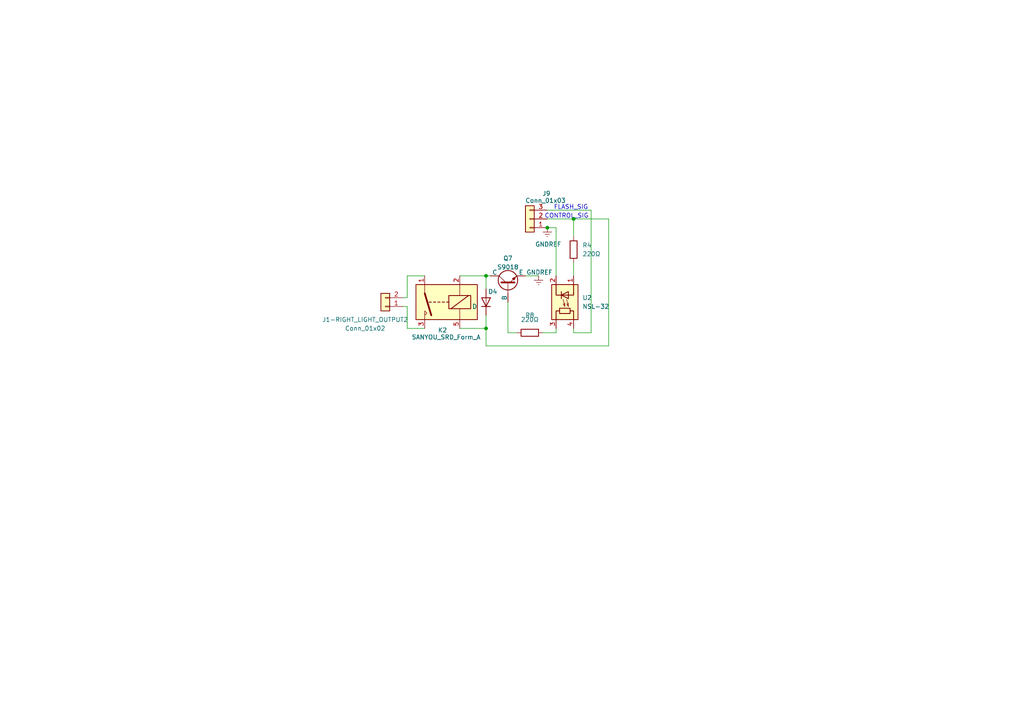
<source format=kicad_sch>
(kicad_sch
	(version 20231120)
	(generator "eeschema")
	(generator_version "8.0")
	(uuid "6f3c3e5e-86fd-4a58-9f69-3147e95a3c8a")
	(paper "A4")
	(lib_symbols
		(symbol "Connector_Generic:Conn_01x02"
			(pin_names
				(offset 1.016) hide)
			(exclude_from_sim no)
			(in_bom yes)
			(on_board yes)
			(property "Reference" "J"
				(at 0 2.54 0)
				(effects
					(font
						(size 1.27 1.27)
					)
				)
			)
			(property "Value" "Conn_01x02"
				(at 0 -5.08 0)
				(effects
					(font
						(size 1.27 1.27)
					)
				)
			)
			(property "Footprint" ""
				(at 0 0 0)
				(effects
					(font
						(size 1.27 1.27)
					)
					(hide yes)
				)
			)
			(property "Datasheet" "~"
				(at 0 0 0)
				(effects
					(font
						(size 1.27 1.27)
					)
					(hide yes)
				)
			)
			(property "Description" "Generic connector, single row, 01x02, script generated (kicad-library-utils/schlib/autogen/connector/)"
				(at 0 0 0)
				(effects
					(font
						(size 1.27 1.27)
					)
					(hide yes)
				)
			)
			(property "ki_keywords" "connector"
				(at 0 0 0)
				(effects
					(font
						(size 1.27 1.27)
					)
					(hide yes)
				)
			)
			(property "ki_fp_filters" "Connector*:*_1x??_*"
				(at 0 0 0)
				(effects
					(font
						(size 1.27 1.27)
					)
					(hide yes)
				)
			)
			(symbol "Conn_01x02_1_1"
				(rectangle
					(start -1.27 -2.413)
					(end 0 -2.667)
					(stroke
						(width 0.1524)
						(type default)
					)
					(fill
						(type none)
					)
				)
				(rectangle
					(start -1.27 0.127)
					(end 0 -0.127)
					(stroke
						(width 0.1524)
						(type default)
					)
					(fill
						(type none)
					)
				)
				(rectangle
					(start -1.27 1.27)
					(end 1.27 -3.81)
					(stroke
						(width 0.254)
						(type default)
					)
					(fill
						(type background)
					)
				)
				(pin passive line
					(at -5.08 0 0)
					(length 3.81)
					(name "Pin_1"
						(effects
							(font
								(size 1.27 1.27)
							)
						)
					)
					(number "1"
						(effects
							(font
								(size 1.27 1.27)
							)
						)
					)
				)
				(pin passive line
					(at -5.08 -2.54 0)
					(length 3.81)
					(name "Pin_2"
						(effects
							(font
								(size 1.27 1.27)
							)
						)
					)
					(number "2"
						(effects
							(font
								(size 1.27 1.27)
							)
						)
					)
				)
			)
		)
		(symbol "Connector_Generic:Conn_01x03"
			(pin_names
				(offset 1.016) hide)
			(exclude_from_sim no)
			(in_bom yes)
			(on_board yes)
			(property "Reference" "J"
				(at 0 5.08 0)
				(effects
					(font
						(size 1.27 1.27)
					)
				)
			)
			(property "Value" "Conn_01x03"
				(at 0 -5.08 0)
				(effects
					(font
						(size 1.27 1.27)
					)
				)
			)
			(property "Footprint" ""
				(at 0 0 0)
				(effects
					(font
						(size 1.27 1.27)
					)
					(hide yes)
				)
			)
			(property "Datasheet" "~"
				(at 0 0 0)
				(effects
					(font
						(size 1.27 1.27)
					)
					(hide yes)
				)
			)
			(property "Description" "Generic connector, single row, 01x03, script generated (kicad-library-utils/schlib/autogen/connector/)"
				(at 0 0 0)
				(effects
					(font
						(size 1.27 1.27)
					)
					(hide yes)
				)
			)
			(property "ki_keywords" "connector"
				(at 0 0 0)
				(effects
					(font
						(size 1.27 1.27)
					)
					(hide yes)
				)
			)
			(property "ki_fp_filters" "Connector*:*_1x??_*"
				(at 0 0 0)
				(effects
					(font
						(size 1.27 1.27)
					)
					(hide yes)
				)
			)
			(symbol "Conn_01x03_1_1"
				(rectangle
					(start -1.27 -2.413)
					(end 0 -2.667)
					(stroke
						(width 0.1524)
						(type default)
					)
					(fill
						(type none)
					)
				)
				(rectangle
					(start -1.27 0.127)
					(end 0 -0.127)
					(stroke
						(width 0.1524)
						(type default)
					)
					(fill
						(type none)
					)
				)
				(rectangle
					(start -1.27 2.667)
					(end 0 2.413)
					(stroke
						(width 0.1524)
						(type default)
					)
					(fill
						(type none)
					)
				)
				(rectangle
					(start -1.27 3.81)
					(end 1.27 -3.81)
					(stroke
						(width 0.254)
						(type default)
					)
					(fill
						(type background)
					)
				)
				(pin passive line
					(at -5.08 2.54 0)
					(length 3.81)
					(name "Pin_1"
						(effects
							(font
								(size 1.27 1.27)
							)
						)
					)
					(number "1"
						(effects
							(font
								(size 1.27 1.27)
							)
						)
					)
				)
				(pin passive line
					(at -5.08 0 0)
					(length 3.81)
					(name "Pin_2"
						(effects
							(font
								(size 1.27 1.27)
							)
						)
					)
					(number "2"
						(effects
							(font
								(size 1.27 1.27)
							)
						)
					)
				)
				(pin passive line
					(at -5.08 -2.54 0)
					(length 3.81)
					(name "Pin_3"
						(effects
							(font
								(size 1.27 1.27)
							)
						)
					)
					(number "3"
						(effects
							(font
								(size 1.27 1.27)
							)
						)
					)
				)
			)
		)
		(symbol "Device:D"
			(pin_numbers hide)
			(pin_names
				(offset 1.016) hide)
			(exclude_from_sim no)
			(in_bom yes)
			(on_board yes)
			(property "Reference" "D"
				(at 0 2.54 0)
				(effects
					(font
						(size 1.27 1.27)
					)
				)
			)
			(property "Value" "D"
				(at 0 -2.54 0)
				(effects
					(font
						(size 1.27 1.27)
					)
				)
			)
			(property "Footprint" ""
				(at 0 0 0)
				(effects
					(font
						(size 1.27 1.27)
					)
					(hide yes)
				)
			)
			(property "Datasheet" "~"
				(at 0 0 0)
				(effects
					(font
						(size 1.27 1.27)
					)
					(hide yes)
				)
			)
			(property "Description" "Diode"
				(at 0 0 0)
				(effects
					(font
						(size 1.27 1.27)
					)
					(hide yes)
				)
			)
			(property "Sim.Device" "D"
				(at 0 0 0)
				(effects
					(font
						(size 1.27 1.27)
					)
					(hide yes)
				)
			)
			(property "Sim.Pins" "1=K 2=A"
				(at 0 0 0)
				(effects
					(font
						(size 1.27 1.27)
					)
					(hide yes)
				)
			)
			(property "ki_keywords" "diode"
				(at 0 0 0)
				(effects
					(font
						(size 1.27 1.27)
					)
					(hide yes)
				)
			)
			(property "ki_fp_filters" "TO-???* *_Diode_* *SingleDiode* D_*"
				(at 0 0 0)
				(effects
					(font
						(size 1.27 1.27)
					)
					(hide yes)
				)
			)
			(symbol "D_0_1"
				(polyline
					(pts
						(xy -1.27 1.27) (xy -1.27 -1.27)
					)
					(stroke
						(width 0.254)
						(type default)
					)
					(fill
						(type none)
					)
				)
				(polyline
					(pts
						(xy 1.27 0) (xy -1.27 0)
					)
					(stroke
						(width 0)
						(type default)
					)
					(fill
						(type none)
					)
				)
				(polyline
					(pts
						(xy 1.27 1.27) (xy 1.27 -1.27) (xy -1.27 0) (xy 1.27 1.27)
					)
					(stroke
						(width 0.254)
						(type default)
					)
					(fill
						(type none)
					)
				)
			)
			(symbol "D_1_1"
				(pin passive line
					(at -3.81 0 0)
					(length 2.54)
					(name "K"
						(effects
							(font
								(size 1.27 1.27)
							)
						)
					)
					(number "1"
						(effects
							(font
								(size 1.27 1.27)
							)
						)
					)
				)
				(pin passive line
					(at 3.81 0 180)
					(length 2.54)
					(name "A"
						(effects
							(font
								(size 1.27 1.27)
							)
						)
					)
					(number "2"
						(effects
							(font
								(size 1.27 1.27)
							)
						)
					)
				)
			)
		)
		(symbol "Device:R"
			(pin_numbers hide)
			(pin_names
				(offset 0)
			)
			(exclude_from_sim no)
			(in_bom yes)
			(on_board yes)
			(property "Reference" "R"
				(at 2.032 0 90)
				(effects
					(font
						(size 1.27 1.27)
					)
				)
			)
			(property "Value" "R"
				(at 0 0 90)
				(effects
					(font
						(size 1.27 1.27)
					)
				)
			)
			(property "Footprint" ""
				(at -1.778 0 90)
				(effects
					(font
						(size 1.27 1.27)
					)
					(hide yes)
				)
			)
			(property "Datasheet" "~"
				(at 0 0 0)
				(effects
					(font
						(size 1.27 1.27)
					)
					(hide yes)
				)
			)
			(property "Description" "Resistor"
				(at 0 0 0)
				(effects
					(font
						(size 1.27 1.27)
					)
					(hide yes)
				)
			)
			(property "ki_keywords" "R res resistor"
				(at 0 0 0)
				(effects
					(font
						(size 1.27 1.27)
					)
					(hide yes)
				)
			)
			(property "ki_fp_filters" "R_*"
				(at 0 0 0)
				(effects
					(font
						(size 1.27 1.27)
					)
					(hide yes)
				)
			)
			(symbol "R_0_1"
				(rectangle
					(start -1.016 -2.54)
					(end 1.016 2.54)
					(stroke
						(width 0.254)
						(type default)
					)
					(fill
						(type none)
					)
				)
			)
			(symbol "R_1_1"
				(pin passive line
					(at 0 3.81 270)
					(length 1.27)
					(name "~"
						(effects
							(font
								(size 1.27 1.27)
							)
						)
					)
					(number "1"
						(effects
							(font
								(size 1.27 1.27)
							)
						)
					)
				)
				(pin passive line
					(at 0 -3.81 90)
					(length 1.27)
					(name "~"
						(effects
							(font
								(size 1.27 1.27)
							)
						)
					)
					(number "2"
						(effects
							(font
								(size 1.27 1.27)
							)
						)
					)
				)
			)
		)
		(symbol "Isolator:NSL-32"
			(pin_names
				(offset 0.762) hide)
			(exclude_from_sim no)
			(in_bom yes)
			(on_board yes)
			(property "Reference" "U"
				(at 0 5.08 0)
				(effects
					(font
						(size 1.27 1.27)
					)
				)
			)
			(property "Value" "NSL-32"
				(at 0 -5.08 0)
				(effects
					(font
						(size 1.27 1.27)
					)
				)
			)
			(property "Footprint" "OptoDevice:Luna_NSL-32"
				(at 0 -7.62 0)
				(effects
					(font
						(size 1.27 1.27)
					)
					(hide yes)
				)
			)
			(property "Datasheet" "http://lunainc.com/wp-content/uploads/2016/06/NSL-32.pdf"
				(at 1.27 0 0)
				(effects
					(font
						(size 1.27 1.27)
					)
					(hide yes)
				)
			)
			(property "Description" "Optocoupler, LED Input, Photocell Output"
				(at 0 0 0)
				(effects
					(font
						(size 1.27 1.27)
					)
					(hide yes)
				)
			)
			(property "ki_keywords" "optocoupler"
				(at 0 0 0)
				(effects
					(font
						(size 1.27 1.27)
					)
					(hide yes)
				)
			)
			(property "ki_fp_filters" "Luna*NSL?32*"
				(at 0 0 0)
				(effects
					(font
						(size 1.27 1.27)
					)
					(hide yes)
				)
			)
			(symbol "NSL-32_0_1"
				(rectangle
					(start -5.08 3.81)
					(end 5.08 -3.81)
					(stroke
						(width 0.254)
						(type default)
					)
					(fill
						(type background)
					)
				)
				(polyline
					(pts
						(xy -5.08 2.54) (xy -2.54 2.54)
					)
					(stroke
						(width 0.254)
						(type default)
					)
					(fill
						(type none)
					)
				)
				(polyline
					(pts
						(xy -2.794 -2.54) (xy -5.08 -2.54)
					)
					(stroke
						(width 0.254)
						(type default)
					)
					(fill
						(type none)
					)
				)
				(polyline
					(pts
						(xy -1.016 -1.016) (xy -3.048 -1.016) (xy -3.048 -1.016)
					)
					(stroke
						(width 0.254)
						(type default)
					)
					(fill
						(type none)
					)
				)
				(polyline
					(pts
						(xy -0.762 -0.508) (xy 1.27 0) (xy 1.27 0)
					)
					(stroke
						(width 0)
						(type default)
					)
					(fill
						(type none)
					)
				)
				(polyline
					(pts
						(xy -0.762 0.508) (xy 1.27 1.016) (xy 1.27 1.016)
					)
					(stroke
						(width 0)
						(type default)
					)
					(fill
						(type none)
					)
				)
				(polyline
					(pts
						(xy 2.54 -1.524) (xy 2.54 -2.54) (xy 5.08 -2.54)
					)
					(stroke
						(width 0.254)
						(type default)
					)
					(fill
						(type none)
					)
				)
				(polyline
					(pts
						(xy 2.54 1.524) (xy 2.54 2.54) (xy 5.08 2.54)
					)
					(stroke
						(width 0.254)
						(type default)
					)
					(fill
						(type none)
					)
				)
				(polyline
					(pts
						(xy -2.794 -2.54) (xy -2.032 -2.54) (xy -2.032 2.54) (xy -2.794 2.54)
					)
					(stroke
						(width 0.254)
						(type default)
					)
					(fill
						(type none)
					)
				)
				(polyline
					(pts
						(xy 0.254 0) (xy 1.27 0) (xy 0.508 -0.508) (xy 0.508 -0.508)
					)
					(stroke
						(width 0)
						(type default)
					)
					(fill
						(type none)
					)
				)
				(polyline
					(pts
						(xy 0.254 1.016) (xy 1.27 1.016) (xy 0.508 0.508) (xy 0.508 0.508)
					)
					(stroke
						(width 0)
						(type default)
					)
					(fill
						(type none)
					)
				)
				(polyline
					(pts
						(xy -1.016 1.016) (xy -3.048 1.016) (xy -2.032 -1.016) (xy -1.016 1.016) (xy -1.016 1.016) (xy -1.016 1.016)
					)
					(stroke
						(width 0.254)
						(type default)
					)
					(fill
						(type none)
					)
				)
				(rectangle
					(start 1.778 1.524)
					(end 3.302 -1.524)
					(stroke
						(width 0.254)
						(type default)
					)
					(fill
						(type none)
					)
				)
			)
			(symbol "NSL-32_1_1"
				(pin passive line
					(at -7.62 2.54 0)
					(length 2.54)
					(name "A"
						(effects
							(font
								(size 1.27 1.27)
							)
						)
					)
					(number "1"
						(effects
							(font
								(size 1.27 1.27)
							)
						)
					)
				)
				(pin passive line
					(at -7.62 -2.54 0)
					(length 2.54)
					(name "K"
						(effects
							(font
								(size 1.27 1.27)
							)
						)
					)
					(number "2"
						(effects
							(font
								(size 1.27 1.27)
							)
						)
					)
				)
				(pin passive line
					(at 7.62 -2.54 180)
					(length 2.54)
					(name "R"
						(effects
							(font
								(size 1.27 1.27)
							)
						)
					)
					(number "3"
						(effects
							(font
								(size 1.27 1.27)
							)
						)
					)
				)
				(pin passive line
					(at 7.62 2.54 180)
					(length 2.54)
					(name "R"
						(effects
							(font
								(size 1.27 1.27)
							)
						)
					)
					(number "4"
						(effects
							(font
								(size 1.27 1.27)
							)
						)
					)
				)
			)
		)
		(symbol "Relay:SANYOU_SRD_Form_A"
			(exclude_from_sim no)
			(in_bom yes)
			(on_board yes)
			(property "Reference" "K"
				(at 8.89 3.81 0)
				(effects
					(font
						(size 1.27 1.27)
					)
					(justify left)
				)
			)
			(property "Value" "SANYOU_SRD_Form_A"
				(at 8.89 1.27 0)
				(effects
					(font
						(size 1.27 1.27)
					)
					(justify left)
				)
			)
			(property "Footprint" "Relay_THT:Relay_SPST_SANYOU_SRD_Series_Form_A"
				(at 8.89 -1.27 0)
				(effects
					(font
						(size 1.27 1.27)
					)
					(justify left)
					(hide yes)
				)
			)
			(property "Datasheet" "http://www.sanyourelay.ca/public/products/pdf/SRD.pdf"
				(at 0 0 0)
				(effects
					(font
						(size 1.27 1.27)
					)
					(hide yes)
				)
			)
			(property "Description" "Sanyo SRD relay, Single Pole Miniature Power Relay, Closing Contact"
				(at 0 0 0)
				(effects
					(font
						(size 1.27 1.27)
					)
					(hide yes)
				)
			)
			(property "ki_keywords" "Single Pole Relay SPST"
				(at 0 0 0)
				(effects
					(font
						(size 1.27 1.27)
					)
					(hide yes)
				)
			)
			(property "ki_fp_filters" "Relay*SPST*SANYOU*SRD*Series*Form*A*"
				(at 0 0 0)
				(effects
					(font
						(size 1.27 1.27)
					)
					(hide yes)
				)
			)
			(symbol "SANYOU_SRD_Form_A_0_0"
				(polyline
					(pts
						(xy 5.08 5.08) (xy 5.08 2.54) (xy 4.445 3.175) (xy 5.08 3.81)
					)
					(stroke
						(width 0)
						(type default)
					)
					(fill
						(type none)
					)
				)
			)
			(symbol "SANYOU_SRD_Form_A_0_1"
				(rectangle
					(start -10.16 5.08)
					(end 7.62 -5.08)
					(stroke
						(width 0.254)
						(type default)
					)
					(fill
						(type background)
					)
				)
				(rectangle
					(start -8.255 1.905)
					(end -1.905 -1.905)
					(stroke
						(width 0.254)
						(type default)
					)
					(fill
						(type none)
					)
				)
				(polyline
					(pts
						(xy -7.62 -1.905) (xy -2.54 1.905)
					)
					(stroke
						(width 0.254)
						(type default)
					)
					(fill
						(type none)
					)
				)
				(polyline
					(pts
						(xy -5.08 -5.08) (xy -5.08 -1.905)
					)
					(stroke
						(width 0)
						(type default)
					)
					(fill
						(type none)
					)
				)
				(polyline
					(pts
						(xy -5.08 5.08) (xy -5.08 1.905)
					)
					(stroke
						(width 0)
						(type default)
					)
					(fill
						(type none)
					)
				)
				(polyline
					(pts
						(xy -1.905 0) (xy -1.27 0)
					)
					(stroke
						(width 0.254)
						(type default)
					)
					(fill
						(type none)
					)
				)
				(polyline
					(pts
						(xy -0.635 0) (xy 0 0)
					)
					(stroke
						(width 0.254)
						(type default)
					)
					(fill
						(type none)
					)
				)
				(polyline
					(pts
						(xy 0.635 0) (xy 1.27 0)
					)
					(stroke
						(width 0.254)
						(type default)
					)
					(fill
						(type none)
					)
				)
				(polyline
					(pts
						(xy 1.905 0) (xy 2.54 0)
					)
					(stroke
						(width 0.254)
						(type default)
					)
					(fill
						(type none)
					)
				)
				(polyline
					(pts
						(xy 3.175 0) (xy 3.81 0)
					)
					(stroke
						(width 0.254)
						(type default)
					)
					(fill
						(type none)
					)
				)
				(polyline
					(pts
						(xy 5.08 -2.54) (xy 3.175 3.81)
					)
					(stroke
						(width 0.508)
						(type default)
					)
					(fill
						(type none)
					)
				)
				(polyline
					(pts
						(xy 5.08 -2.54) (xy 5.08 -5.08)
					)
					(stroke
						(width 0)
						(type default)
					)
					(fill
						(type none)
					)
				)
			)
			(symbol "SANYOU_SRD_Form_A_1_1"
				(pin passive line
					(at 5.08 -7.62 90)
					(length 2.54)
					(name "~"
						(effects
							(font
								(size 1.27 1.27)
							)
						)
					)
					(number "1"
						(effects
							(font
								(size 1.27 1.27)
							)
						)
					)
				)
				(pin passive line
					(at -5.08 -7.62 90)
					(length 2.54)
					(name "~"
						(effects
							(font
								(size 1.27 1.27)
							)
						)
					)
					(number "2"
						(effects
							(font
								(size 1.27 1.27)
							)
						)
					)
				)
				(pin passive line
					(at 5.08 7.62 270)
					(length 2.54)
					(name "~"
						(effects
							(font
								(size 1.27 1.27)
							)
						)
					)
					(number "3"
						(effects
							(font
								(size 1.27 1.27)
							)
						)
					)
				)
				(pin passive line
					(at -5.08 7.62 270)
					(length 2.54)
					(name "~"
						(effects
							(font
								(size 1.27 1.27)
							)
						)
					)
					(number "5"
						(effects
							(font
								(size 1.27 1.27)
							)
						)
					)
				)
			)
		)
		(symbol "Simulation_SPICE:NPN"
			(pin_numbers hide)
			(pin_names
				(offset 0)
			)
			(exclude_from_sim no)
			(in_bom yes)
			(on_board yes)
			(property "Reference" "Q"
				(at -2.54 7.62 0)
				(effects
					(font
						(size 1.27 1.27)
					)
				)
			)
			(property "Value" "NPN"
				(at -2.54 5.08 0)
				(effects
					(font
						(size 1.27 1.27)
					)
				)
			)
			(property "Footprint" ""
				(at 63.5 0 0)
				(effects
					(font
						(size 1.27 1.27)
					)
					(hide yes)
				)
			)
			(property "Datasheet" "https://ngspice.sourceforge.io/docs/ngspice-html-manual/manual.xhtml#cha_BJTs"
				(at 63.5 0 0)
				(effects
					(font
						(size 1.27 1.27)
					)
					(hide yes)
				)
			)
			(property "Description" "Bipolar transistor symbol for simulation only, substrate tied to the emitter"
				(at 0 0 0)
				(effects
					(font
						(size 1.27 1.27)
					)
					(hide yes)
				)
			)
			(property "Sim.Device" "NPN"
				(at 0 0 0)
				(effects
					(font
						(size 1.27 1.27)
					)
					(hide yes)
				)
			)
			(property "Sim.Type" "GUMMELPOON"
				(at 0 0 0)
				(effects
					(font
						(size 1.27 1.27)
					)
					(hide yes)
				)
			)
			(property "Sim.Pins" "1=C 2=B 3=E"
				(at 0 0 0)
				(effects
					(font
						(size 1.27 1.27)
					)
					(hide yes)
				)
			)
			(property "ki_keywords" "simulation"
				(at 0 0 0)
				(effects
					(font
						(size 1.27 1.27)
					)
					(hide yes)
				)
			)
			(symbol "NPN_0_1"
				(polyline
					(pts
						(xy -2.54 0) (xy 0.635 0)
					)
					(stroke
						(width 0.1524)
						(type default)
					)
					(fill
						(type none)
					)
				)
				(polyline
					(pts
						(xy 0.635 0.635) (xy 2.54 2.54)
					)
					(stroke
						(width 0)
						(type default)
					)
					(fill
						(type none)
					)
				)
				(polyline
					(pts
						(xy 2.794 -1.27) (xy 2.794 -1.27)
					)
					(stroke
						(width 0.1524)
						(type default)
					)
					(fill
						(type none)
					)
				)
				(polyline
					(pts
						(xy 2.794 -1.27) (xy 2.794 -1.27)
					)
					(stroke
						(width 0.1524)
						(type default)
					)
					(fill
						(type none)
					)
				)
				(polyline
					(pts
						(xy 0.635 -0.635) (xy 2.54 -2.54) (xy 2.54 -2.54)
					)
					(stroke
						(width 0)
						(type default)
					)
					(fill
						(type none)
					)
				)
				(polyline
					(pts
						(xy 0.635 1.905) (xy 0.635 -1.905) (xy 0.635 -1.905)
					)
					(stroke
						(width 0.508)
						(type default)
					)
					(fill
						(type none)
					)
				)
				(polyline
					(pts
						(xy 1.27 -1.778) (xy 1.778 -1.27) (xy 2.286 -2.286) (xy 1.27 -1.778) (xy 1.27 -1.778)
					)
					(stroke
						(width 0)
						(type default)
					)
					(fill
						(type outline)
					)
				)
				(circle
					(center 1.27 0)
					(radius 2.8194)
					(stroke
						(width 0.254)
						(type default)
					)
					(fill
						(type none)
					)
				)
			)
			(symbol "NPN_1_1"
				(pin open_collector line
					(at 2.54 5.08 270)
					(length 2.54)
					(name "C"
						(effects
							(font
								(size 1.27 1.27)
							)
						)
					)
					(number "1"
						(effects
							(font
								(size 1.27 1.27)
							)
						)
					)
				)
				(pin input line
					(at -5.08 0 0)
					(length 2.54)
					(name "B"
						(effects
							(font
								(size 1.27 1.27)
							)
						)
					)
					(number "2"
						(effects
							(font
								(size 1.27 1.27)
							)
						)
					)
				)
				(pin open_emitter line
					(at 2.54 -5.08 90)
					(length 2.54)
					(name "E"
						(effects
							(font
								(size 1.27 1.27)
							)
						)
					)
					(number "3"
						(effects
							(font
								(size 1.27 1.27)
							)
						)
					)
				)
			)
		)
		(symbol "power:GNDREF"
			(power)
			(pin_numbers hide)
			(pin_names
				(offset 0) hide)
			(exclude_from_sim no)
			(in_bom yes)
			(on_board yes)
			(property "Reference" "#PWR"
				(at 0 -6.35 0)
				(effects
					(font
						(size 1.27 1.27)
					)
					(hide yes)
				)
			)
			(property "Value" "GNDREF"
				(at 0 -3.81 0)
				(effects
					(font
						(size 1.27 1.27)
					)
				)
			)
			(property "Footprint" ""
				(at 0 0 0)
				(effects
					(font
						(size 1.27 1.27)
					)
					(hide yes)
				)
			)
			(property "Datasheet" ""
				(at 0 0 0)
				(effects
					(font
						(size 1.27 1.27)
					)
					(hide yes)
				)
			)
			(property "Description" "Power symbol creates a global label with name \"GNDREF\" , reference supply ground"
				(at 0 0 0)
				(effects
					(font
						(size 1.27 1.27)
					)
					(hide yes)
				)
			)
			(property "ki_keywords" "global power"
				(at 0 0 0)
				(effects
					(font
						(size 1.27 1.27)
					)
					(hide yes)
				)
			)
			(symbol "GNDREF_0_1"
				(polyline
					(pts
						(xy -0.635 -1.905) (xy 0.635 -1.905)
					)
					(stroke
						(width 0)
						(type default)
					)
					(fill
						(type none)
					)
				)
				(polyline
					(pts
						(xy -0.127 -2.54) (xy 0.127 -2.54)
					)
					(stroke
						(width 0)
						(type default)
					)
					(fill
						(type none)
					)
				)
				(polyline
					(pts
						(xy 0 -1.27) (xy 0 0)
					)
					(stroke
						(width 0)
						(type default)
					)
					(fill
						(type none)
					)
				)
				(polyline
					(pts
						(xy 1.27 -1.27) (xy -1.27 -1.27)
					)
					(stroke
						(width 0)
						(type default)
					)
					(fill
						(type none)
					)
				)
			)
			(symbol "GNDREF_1_1"
				(pin power_in line
					(at 0 0 270)
					(length 0)
					(name "~"
						(effects
							(font
								(size 1.27 1.27)
							)
						)
					)
					(number "1"
						(effects
							(font
								(size 1.27 1.27)
							)
						)
					)
				)
			)
		)
	)
	(junction
		(at 166.37 63.5)
		(diameter 0)
		(color 0 0 0 0)
		(uuid "41269130-fd0b-441f-b1c2-1a883e1c68c7")
	)
	(junction
		(at 140.97 80.01)
		(diameter 0)
		(color 0 0 0 0)
		(uuid "65e89e8d-6be8-4593-b89b-0a675ade23fc")
	)
	(junction
		(at 158.75 66.04)
		(diameter 0)
		(color 0 0 0 0)
		(uuid "a29fd0e9-55ee-4fd4-8008-83f87ca00c6c")
	)
	(junction
		(at 140.97 95.25)
		(diameter 0)
		(color 0 0 0 0)
		(uuid "c881da20-0232-494a-88b5-bb848095e582")
	)
	(wire
		(pts
			(xy 152.4 80.01) (xy 156.21 80.01)
		)
		(stroke
			(width 0)
			(type default)
		)
		(uuid "00a9a182-54f3-46ba-96c7-3f6f564e6ee6")
	)
	(wire
		(pts
			(xy 166.37 96.52) (xy 166.37 95.25)
		)
		(stroke
			(width 0)
			(type default)
		)
		(uuid "02a4402f-6a3e-4662-afad-e85f98f3a1bb")
	)
	(wire
		(pts
			(xy 118.11 88.9) (xy 118.11 95.25)
		)
		(stroke
			(width 0)
			(type default)
		)
		(uuid "0638484a-502d-46c4-92e6-883d59ba02b2")
	)
	(wire
		(pts
			(xy 161.29 66.04) (xy 161.29 80.01)
		)
		(stroke
			(width 0)
			(type default)
		)
		(uuid "17b48d12-b053-41ba-aa87-8ddb0893bfa4")
	)
	(wire
		(pts
			(xy 140.97 100.33) (xy 176.53 100.33)
		)
		(stroke
			(width 0)
			(type default)
		)
		(uuid "17f85f71-7deb-4f23-84eb-4388170edaf4")
	)
	(wire
		(pts
			(xy 116.84 86.36) (xy 118.11 86.36)
		)
		(stroke
			(width 0)
			(type default)
		)
		(uuid "183a17e1-218d-4750-86c0-af4b7ca6d918")
	)
	(wire
		(pts
			(xy 116.84 88.9) (xy 118.11 88.9)
		)
		(stroke
			(width 0)
			(type default)
		)
		(uuid "187d70a6-854c-4652-8ee8-1e28b666a4bd")
	)
	(wire
		(pts
			(xy 166.37 63.5) (xy 166.37 68.58)
		)
		(stroke
			(width 0)
			(type default)
		)
		(uuid "1befb84a-59e2-483e-ac6a-3d3cde023140")
	)
	(wire
		(pts
			(xy 147.32 87.63) (xy 147.32 96.52)
		)
		(stroke
			(width 0)
			(type default)
		)
		(uuid "22fffa22-c701-4f22-99f4-a76b1c2bc0da")
	)
	(wire
		(pts
			(xy 123.19 95.25) (xy 118.11 95.25)
		)
		(stroke
			(width 0)
			(type default)
		)
		(uuid "2a6a0f0a-6ef9-4dcf-9c3a-65e4495a611b")
	)
	(wire
		(pts
			(xy 140.97 80.01) (xy 142.24 80.01)
		)
		(stroke
			(width 0)
			(type default)
		)
		(uuid "312124d3-c2c3-438d-9b68-34204783073a")
	)
	(wire
		(pts
			(xy 123.19 80.01) (xy 118.11 80.01)
		)
		(stroke
			(width 0)
			(type default)
		)
		(uuid "3e7108e7-5af8-4888-aef6-fbf48f30bb29")
	)
	(wire
		(pts
			(xy 118.11 86.36) (xy 118.11 80.01)
		)
		(stroke
			(width 0)
			(type default)
		)
		(uuid "47a2c1e5-f143-47f5-8710-03473d6bc4b5")
	)
	(wire
		(pts
			(xy 157.48 96.52) (xy 161.29 96.52)
		)
		(stroke
			(width 0)
			(type default)
		)
		(uuid "4934a9ae-fd1d-4bdf-9d62-18ee0f5cc42f")
	)
	(wire
		(pts
			(xy 176.53 100.33) (xy 176.53 63.5)
		)
		(stroke
			(width 0)
			(type default)
		)
		(uuid "49651d9a-bf5f-4a5b-abea-d42f37944543")
	)
	(wire
		(pts
			(xy 158.75 60.96) (xy 171.45 60.96)
		)
		(stroke
			(width 0)
			(type default)
		)
		(uuid "51a08622-c9e0-44c9-844d-e43a5eef8911")
	)
	(wire
		(pts
			(xy 133.35 80.01) (xy 140.97 80.01)
		)
		(stroke
			(width 0)
			(type default)
		)
		(uuid "568b9c43-85cc-4c86-a63b-2e1431574545")
	)
	(wire
		(pts
			(xy 133.35 95.25) (xy 140.97 95.25)
		)
		(stroke
			(width 0)
			(type default)
		)
		(uuid "57f4b3cb-bfad-44a2-988c-d4711a300c4a")
	)
	(wire
		(pts
			(xy 171.45 96.52) (xy 171.45 60.96)
		)
		(stroke
			(width 0)
			(type default)
		)
		(uuid "8375fdf6-88ad-4dfe-a325-7fc18fb925cc")
	)
	(wire
		(pts
			(xy 176.53 63.5) (xy 166.37 63.5)
		)
		(stroke
			(width 0)
			(type default)
		)
		(uuid "8a9e63d4-787a-48a0-901d-1bf92bc79487")
	)
	(wire
		(pts
			(xy 166.37 76.2) (xy 166.37 80.01)
		)
		(stroke
			(width 0)
			(type default)
		)
		(uuid "8e55a4a4-17fa-422b-b3e0-2eb5c9b0fe67")
	)
	(wire
		(pts
			(xy 140.97 95.25) (xy 140.97 100.33)
		)
		(stroke
			(width 0)
			(type default)
		)
		(uuid "926f15fb-334b-46e6-9c28-be55157368b6")
	)
	(wire
		(pts
			(xy 147.32 96.52) (xy 149.86 96.52)
		)
		(stroke
			(width 0)
			(type default)
		)
		(uuid "9c373677-6be8-4981-baa1-2204c161555e")
	)
	(wire
		(pts
			(xy 140.97 83.82) (xy 140.97 80.01)
		)
		(stroke
			(width 0)
			(type default)
		)
		(uuid "accc26fd-d05d-4977-a43f-e57d1e8ec11a")
	)
	(wire
		(pts
			(xy 158.75 66.04) (xy 161.29 66.04)
		)
		(stroke
			(width 0)
			(type default)
		)
		(uuid "b1a3f1f5-9854-48e4-8656-c59687a6369e")
	)
	(wire
		(pts
			(xy 140.97 91.44) (xy 140.97 95.25)
		)
		(stroke
			(width 0)
			(type default)
		)
		(uuid "ccad2832-7a22-4a04-a127-7696880c009d")
	)
	(wire
		(pts
			(xy 158.75 63.5) (xy 166.37 63.5)
		)
		(stroke
			(width 0)
			(type default)
		)
		(uuid "df5efe76-9334-4e9e-b139-b98609bd562d")
	)
	(wire
		(pts
			(xy 166.37 96.52) (xy 171.45 96.52)
		)
		(stroke
			(width 0)
			(type default)
		)
		(uuid "df7bef0a-a59a-4541-82ad-c15ca7092f0a")
	)
	(wire
		(pts
			(xy 161.29 96.52) (xy 161.29 95.25)
		)
		(stroke
			(width 0)
			(type default)
		)
		(uuid "f9691478-59fc-4731-96d4-0cd41829c821")
	)
	(text "FLASH_SIG\n"
		(exclude_from_sim no)
		(at 165.608 60.198 0)
		(effects
			(font
				(size 1.27 1.27)
			)
		)
		(uuid "58514d46-0155-4d68-8a03-6f24103c67ae")
	)
	(text "CONTROL_SIG\n"
		(exclude_from_sim no)
		(at 164.338 62.738 0)
		(effects
			(font
				(size 1.27 1.27)
			)
		)
		(uuid "dbb9e0e0-acdc-41a2-a44f-35654a888636")
	)
	(symbol
		(lib_id "power:GNDREF")
		(at 156.21 80.01 0)
		(unit 1)
		(exclude_from_sim no)
		(in_bom yes)
		(on_board yes)
		(dnp no)
		(uuid "1425763f-1c10-489d-9cb3-e918957d7e96")
		(property "Reference" "#PWR024"
			(at 156.21 86.36 0)
			(effects
				(font
					(size 1.27 1.27)
				)
				(hide yes)
			)
		)
		(property "Value" "GNDREF"
			(at 156.464 78.994 0)
			(effects
				(font
					(size 1.27 1.27)
				)
			)
		)
		(property "Footprint" ""
			(at 156.21 80.01 0)
			(effects
				(font
					(size 1.27 1.27)
				)
				(hide yes)
			)
		)
		(property "Datasheet" ""
			(at 156.21 80.01 0)
			(effects
				(font
					(size 1.27 1.27)
				)
				(hide yes)
			)
		)
		(property "Description" "Power symbol creates a global label with name \"GNDREF\" , reference supply ground"
			(at 156.21 80.01 0)
			(effects
				(font
					(size 1.27 1.27)
				)
				(hide yes)
			)
		)
		(pin "1"
			(uuid "cb0b0b11-b1c3-4dc6-a7db-869322915666")
		)
		(instances
			(project "Relay_Boards.V1"
				(path "/6f3c3e5e-86fd-4a58-9f69-3147e95a3c8a"
					(reference "#PWR024")
					(unit 1)
				)
			)
		)
	)
	(symbol
		(lib_id "Connector_Generic:Conn_01x02")
		(at 111.76 88.9 180)
		(unit 1)
		(exclude_from_sim no)
		(in_bom yes)
		(on_board yes)
		(dnp no)
		(uuid "409ee6f9-78a1-4226-815a-89b05b6f8539")
		(property "Reference" "J1-RIGHT_LIGHT_OUTPUT2"
			(at 105.918 92.71 0)
			(effects
				(font
					(size 1.27 1.27)
				)
			)
		)
		(property "Value" "Conn_01x02"
			(at 105.918 95.25 0)
			(effects
				(font
					(size 1.27 1.27)
				)
			)
		)
		(property "Footprint" "TerminalBlock:TerminalBlock_bornier-2_P5.08mm"
			(at 111.76 88.9 0)
			(effects
				(font
					(size 1.27 1.27)
				)
				(hide yes)
			)
		)
		(property "Datasheet" "~"
			(at 111.76 88.9 0)
			(effects
				(font
					(size 1.27 1.27)
				)
				(hide yes)
			)
		)
		(property "Description" ""
			(at 111.76 88.9 0)
			(effects
				(font
					(size 1.27 1.27)
				)
				(hide yes)
			)
		)
		(property "Arrow Part Number" ""
			(at 111.76 88.9 0)
			(effects
				(font
					(size 1.27 1.27)
				)
				(hide yes)
			)
		)
		(property "Arrow Price/Stock" ""
			(at 111.76 88.9 0)
			(effects
				(font
					(size 1.27 1.27)
				)
				(hide yes)
			)
		)
		(property "Height" ""
			(at 111.76 88.9 0)
			(effects
				(font
					(size 1.27 1.27)
				)
				(hide yes)
			)
		)
		(property "Manufacturer_Name" ""
			(at 111.76 88.9 0)
			(effects
				(font
					(size 1.27 1.27)
				)
				(hide yes)
			)
		)
		(property "Manufacturer_Part_Number" ""
			(at 111.76 88.9 0)
			(effects
				(font
					(size 1.27 1.27)
				)
				(hide yes)
			)
		)
		(property "Mouser Part Number" ""
			(at 111.76 88.9 0)
			(effects
				(font
					(size 1.27 1.27)
				)
				(hide yes)
			)
		)
		(property "Mouser Price/Stock" ""
			(at 111.76 88.9 0)
			(effects
				(font
					(size 1.27 1.27)
				)
				(hide yes)
			)
		)
		(pin "1"
			(uuid "65483211-9107-4233-bd51-f8a68fae9624")
		)
		(pin "2"
			(uuid "53e06b5e-3553-4bc1-9d7e-c4be0607fa11")
		)
		(instances
			(project "Relay_Boards.V1"
				(path "/6f3c3e5e-86fd-4a58-9f69-3147e95a3c8a"
					(reference "J1-RIGHT_LIGHT_OUTPUT2")
					(unit 1)
				)
			)
		)
	)
	(symbol
		(lib_id "Device:R")
		(at 166.37 72.39 180)
		(unit 1)
		(exclude_from_sim no)
		(in_bom yes)
		(on_board yes)
		(dnp no)
		(fields_autoplaced yes)
		(uuid "4163176d-59b2-4e38-9d02-8b844b90324a")
		(property "Reference" "R4"
			(at 168.91 71.1199 0)
			(effects
				(font
					(size 1.27 1.27)
				)
				(justify right)
			)
		)
		(property "Value" "220Ω"
			(at 168.91 73.6599 0)
			(effects
				(font
					(size 1.27 1.27)
				)
				(justify right)
			)
		)
		(property "Footprint" "Resistor_THT:R_Axial_DIN0207_L6.3mm_D2.5mm_P10.16mm_Horizontal"
			(at 168.148 72.39 90)
			(effects
				(font
					(size 1.27 1.27)
				)
				(hide yes)
			)
		)
		(property "Datasheet" "~"
			(at 166.37 72.39 0)
			(effects
				(font
					(size 1.27 1.27)
				)
				(hide yes)
			)
		)
		(property "Description" ""
			(at 166.37 72.39 0)
			(effects
				(font
					(size 1.27 1.27)
				)
				(hide yes)
			)
		)
		(property "Arrow Part Number" ""
			(at 166.37 72.39 0)
			(effects
				(font
					(size 1.27 1.27)
				)
				(hide yes)
			)
		)
		(property "Arrow Price/Stock" ""
			(at 166.37 72.39 0)
			(effects
				(font
					(size 1.27 1.27)
				)
				(hide yes)
			)
		)
		(property "Height" ""
			(at 166.37 72.39 0)
			(effects
				(font
					(size 1.27 1.27)
				)
				(hide yes)
			)
		)
		(property "Manufacturer_Name" ""
			(at 166.37 72.39 0)
			(effects
				(font
					(size 1.27 1.27)
				)
				(hide yes)
			)
		)
		(property "Manufacturer_Part_Number" ""
			(at 166.37 72.39 0)
			(effects
				(font
					(size 1.27 1.27)
				)
				(hide yes)
			)
		)
		(property "Mouser Part Number" ""
			(at 166.37 72.39 0)
			(effects
				(font
					(size 1.27 1.27)
				)
				(hide yes)
			)
		)
		(property "Mouser Price/Stock" ""
			(at 166.37 72.39 0)
			(effects
				(font
					(size 1.27 1.27)
				)
				(hide yes)
			)
		)
		(pin "1"
			(uuid "a240c2ac-6ed3-4b1c-a3c3-63cc1a702c92")
		)
		(pin "2"
			(uuid "04eaadf9-e755-4d3f-961a-894cbf9154a8")
		)
		(instances
			(project "Relay_Boards.V1"
				(path "/6f3c3e5e-86fd-4a58-9f69-3147e95a3c8a"
					(reference "R4")
					(unit 1)
				)
			)
		)
	)
	(symbol
		(lib_id "Connector_Generic:Conn_01x03")
		(at 153.67 63.5 180)
		(unit 1)
		(exclude_from_sim no)
		(in_bom yes)
		(on_board yes)
		(dnp no)
		(uuid "45c054ea-7891-481e-a399-23bc4b30e5bb")
		(property "Reference" "J9"
			(at 158.496 56.134 0)
			(effects
				(font
					(size 1.27 1.27)
				)
			)
		)
		(property "Value" "Conn_01x03"
			(at 158.242 58.166 0)
			(effects
				(font
					(size 1.27 1.27)
				)
			)
		)
		(property "Footprint" "Connector_JST:JST_XH_B3B-XH-A_1x03_P2.50mm_Vertical"
			(at 153.67 63.5 0)
			(effects
				(font
					(size 1.27 1.27)
				)
				(hide yes)
			)
		)
		(property "Datasheet" "~"
			(at 153.67 63.5 0)
			(effects
				(font
					(size 1.27 1.27)
				)
				(hide yes)
			)
		)
		(property "Description" "Generic connector, single row, 01x03, script generated (kicad-library-utils/schlib/autogen/connector/)"
			(at 153.67 63.5 0)
			(effects
				(font
					(size 1.27 1.27)
				)
				(hide yes)
			)
		)
		(property "Arrow Part Number" ""
			(at 153.67 63.5 0)
			(effects
				(font
					(size 1.27 1.27)
				)
				(hide yes)
			)
		)
		(property "Arrow Price/Stock" ""
			(at 153.67 63.5 0)
			(effects
				(font
					(size 1.27 1.27)
				)
				(hide yes)
			)
		)
		(property "Height" ""
			(at 153.67 63.5 0)
			(effects
				(font
					(size 1.27 1.27)
				)
				(hide yes)
			)
		)
		(property "Manufacturer_Name" ""
			(at 153.67 63.5 0)
			(effects
				(font
					(size 1.27 1.27)
				)
				(hide yes)
			)
		)
		(property "Manufacturer_Part_Number" ""
			(at 153.67 63.5 0)
			(effects
				(font
					(size 1.27 1.27)
				)
				(hide yes)
			)
		)
		(property "Mouser Part Number" ""
			(at 153.67 63.5 0)
			(effects
				(font
					(size 1.27 1.27)
				)
				(hide yes)
			)
		)
		(property "Mouser Price/Stock" ""
			(at 153.67 63.5 0)
			(effects
				(font
					(size 1.27 1.27)
				)
				(hide yes)
			)
		)
		(pin "3"
			(uuid "48af5b6a-fb5f-465b-a3eb-7b83481eb20a")
		)
		(pin "1"
			(uuid "813655fd-59db-49e7-a47b-f9ddc220ca30")
		)
		(pin "2"
			(uuid "e3ed04c7-38c9-4007-b367-a9c24a5565e3")
		)
		(instances
			(project "Relay_Boards.V1"
				(path "/6f3c3e5e-86fd-4a58-9f69-3147e95a3c8a"
					(reference "J9")
					(unit 1)
				)
			)
		)
	)
	(symbol
		(lib_id "power:GNDREF")
		(at 158.75 66.04 0)
		(unit 1)
		(exclude_from_sim no)
		(in_bom yes)
		(on_board yes)
		(dnp no)
		(uuid "695f2539-646e-4109-a75a-5b9ca3e69c5a")
		(property "Reference" "#PWR019"
			(at 158.75 72.39 0)
			(effects
				(font
					(size 1.27 1.27)
				)
				(hide yes)
			)
		)
		(property "Value" "GNDREF"
			(at 159.004 70.866 0)
			(effects
				(font
					(size 1.27 1.27)
				)
			)
		)
		(property "Footprint" ""
			(at 158.75 66.04 0)
			(effects
				(font
					(size 1.27 1.27)
				)
				(hide yes)
			)
		)
		(property "Datasheet" ""
			(at 158.75 66.04 0)
			(effects
				(font
					(size 1.27 1.27)
				)
				(hide yes)
			)
		)
		(property "Description" "Power symbol creates a global label with name \"GNDREF\" , reference supply ground"
			(at 158.75 66.04 0)
			(effects
				(font
					(size 1.27 1.27)
				)
				(hide yes)
			)
		)
		(pin "1"
			(uuid "07d24789-4a99-44d3-b79b-735355529367")
		)
		(instances
			(project "Relay_Boards.V1"
				(path "/6f3c3e5e-86fd-4a58-9f69-3147e95a3c8a"
					(reference "#PWR019")
					(unit 1)
				)
			)
		)
	)
	(symbol
		(lib_id "Device:D")
		(at 140.97 87.63 270)
		(mirror x)
		(unit 1)
		(exclude_from_sim no)
		(in_bom yes)
		(on_board yes)
		(dnp no)
		(uuid "6dbeabfa-4e87-491b-ab68-1a585b09f0c6")
		(property "Reference" "D4"
			(at 144.272 84.582 90)
			(effects
				(font
					(size 1.27 1.27)
				)
				(justify right)
			)
		)
		(property "Value" "D"
			(at 138.43 88.8999 90)
			(effects
				(font
					(size 1.27 1.27)
				)
				(justify right)
			)
		)
		(property "Footprint" "Diode_THT:D_A-405_P7.62mm_Horizontal"
			(at 140.97 87.63 0)
			(effects
				(font
					(size 1.27 1.27)
				)
				(hide yes)
			)
		)
		(property "Datasheet" "~"
			(at 140.97 87.63 0)
			(effects
				(font
					(size 1.27 1.27)
				)
				(hide yes)
			)
		)
		(property "Description" "Diode"
			(at 140.97 87.63 0)
			(effects
				(font
					(size 1.27 1.27)
				)
				(hide yes)
			)
		)
		(property "Sim.Device" "D"
			(at 140.97 87.63 0)
			(effects
				(font
					(size 1.27 1.27)
				)
				(hide yes)
			)
		)
		(property "Sim.Pins" "1=K 2=A"
			(at 140.97 87.63 0)
			(effects
				(font
					(size 1.27 1.27)
				)
				(hide yes)
			)
		)
		(property "Arrow Part Number" ""
			(at 140.97 87.63 0)
			(effects
				(font
					(size 1.27 1.27)
				)
				(hide yes)
			)
		)
		(property "Arrow Price/Stock" ""
			(at 140.97 87.63 0)
			(effects
				(font
					(size 1.27 1.27)
				)
				(hide yes)
			)
		)
		(property "Height" ""
			(at 140.97 87.63 0)
			(effects
				(font
					(size 1.27 1.27)
				)
				(hide yes)
			)
		)
		(property "Manufacturer_Name" ""
			(at 140.97 87.63 0)
			(effects
				(font
					(size 1.27 1.27)
				)
				(hide yes)
			)
		)
		(property "Manufacturer_Part_Number" ""
			(at 140.97 87.63 0)
			(effects
				(font
					(size 1.27 1.27)
				)
				(hide yes)
			)
		)
		(property "Mouser Part Number" ""
			(at 140.97 87.63 0)
			(effects
				(font
					(size 1.27 1.27)
				)
				(hide yes)
			)
		)
		(property "Mouser Price/Stock" ""
			(at 140.97 87.63 0)
			(effects
				(font
					(size 1.27 1.27)
				)
				(hide yes)
			)
		)
		(pin "2"
			(uuid "4f2c1b41-f7ab-4566-afe7-b63bd81c4d15")
		)
		(pin "1"
			(uuid "8ab0b035-08bb-4fcb-90ae-87607a82447c")
		)
		(instances
			(project "Relay_Boards.V1"
				(path "/6f3c3e5e-86fd-4a58-9f69-3147e95a3c8a"
					(reference "D4")
					(unit 1)
				)
			)
		)
	)
	(symbol
		(lib_id "Relay:SANYOU_SRD_Form_A")
		(at 128.27 87.63 180)
		(unit 1)
		(exclude_from_sim no)
		(in_bom yes)
		(on_board yes)
		(dnp no)
		(uuid "714b95ad-aff4-467e-bfbc-36d3baf41411")
		(property "Reference" "K2"
			(at 127 95.758 0)
			(effects
				(font
					(size 1.27 1.27)
				)
				(justify right)
			)
		)
		(property "Value" "SANYOU_SRD_Form_A"
			(at 119.38 97.79 0)
			(effects
				(font
					(size 1.27 1.27)
				)
				(justify right)
			)
		)
		(property "Footprint" "Relay_THT:Relay_SPDT_SANYOU_SRD_Series_Form_C"
			(at 119.38 86.36 0)
			(effects
				(font
					(size 1.27 1.27)
				)
				(justify left)
				(hide yes)
			)
		)
		(property "Datasheet" "http://www.sanyourelay.ca/public/products/pdf/SRD.pdf"
			(at 128.27 87.63 0)
			(effects
				(font
					(size 1.27 1.27)
				)
				(hide yes)
			)
		)
		(property "Description" "Sanyo SRD relay, Single Pole Miniature Power Relay, Closing Contact"
			(at 128.27 87.63 0)
			(effects
				(font
					(size 1.27 1.27)
				)
				(hide yes)
			)
		)
		(property "Arrow Part Number" ""
			(at 128.27 87.63 0)
			(effects
				(font
					(size 1.27 1.27)
				)
				(hide yes)
			)
		)
		(property "Arrow Price/Stock" ""
			(at 128.27 87.63 0)
			(effects
				(font
					(size 1.27 1.27)
				)
				(hide yes)
			)
		)
		(property "Height" ""
			(at 128.27 87.63 0)
			(effects
				(font
					(size 1.27 1.27)
				)
				(hide yes)
			)
		)
		(property "Manufacturer_Name" ""
			(at 128.27 87.63 0)
			(effects
				(font
					(size 1.27 1.27)
				)
				(hide yes)
			)
		)
		(property "Manufacturer_Part_Number" ""
			(at 128.27 87.63 0)
			(effects
				(font
					(size 1.27 1.27)
				)
				(hide yes)
			)
		)
		(property "Mouser Part Number" ""
			(at 128.27 87.63 0)
			(effects
				(font
					(size 1.27 1.27)
				)
				(hide yes)
			)
		)
		(property "Mouser Price/Stock" ""
			(at 128.27 87.63 0)
			(effects
				(font
					(size 1.27 1.27)
				)
				(hide yes)
			)
		)
		(pin "1"
			(uuid "ae7f7841-5c21-46ae-b523-b2b2709b75ee")
		)
		(pin "2"
			(uuid "72551f7c-1de7-450f-afde-58bd770c81c6")
		)
		(pin "3"
			(uuid "a80ce0a8-ed41-4f34-8dd0-a2efa13e69b2")
		)
		(pin "5"
			(uuid "27e3eb43-5b00-4e10-9afe-adb9616a4482")
		)
		(instances
			(project "Relay_Boards.V1"
				(path "/6f3c3e5e-86fd-4a58-9f69-3147e95a3c8a"
					(reference "K2")
					(unit 1)
				)
			)
		)
	)
	(symbol
		(lib_id "Device:R")
		(at 153.67 96.52 90)
		(unit 1)
		(exclude_from_sim no)
		(in_bom yes)
		(on_board yes)
		(dnp no)
		(fields_autoplaced yes)
		(uuid "7b8f6e77-3007-4030-a591-55b80b3e8364")
		(property "Reference" "R8"
			(at 153.67 91.44 90)
			(effects
				(font
					(size 1.27 1.27)
				)
			)
		)
		(property "Value" "220Ω"
			(at 153.67 92.71 90)
			(effects
				(font
					(size 1.27 1.27)
				)
			)
		)
		(property "Footprint" "Resistor_THT:R_Axial_DIN0207_L6.3mm_D2.5mm_P10.16mm_Horizontal"
			(at 153.67 98.298 90)
			(effects
				(font
					(size 1.27 1.27)
				)
				(hide yes)
			)
		)
		(property "Datasheet" "~"
			(at 153.67 96.52 0)
			(effects
				(font
					(size 1.27 1.27)
				)
				(hide yes)
			)
		)
		(property "Description" ""
			(at 153.67 96.52 0)
			(effects
				(font
					(size 1.27 1.27)
				)
				(hide yes)
			)
		)
		(property "Arrow Part Number" ""
			(at 153.67 96.52 0)
			(effects
				(font
					(size 1.27 1.27)
				)
				(hide yes)
			)
		)
		(property "Arrow Price/Stock" ""
			(at 153.67 96.52 0)
			(effects
				(font
					(size 1.27 1.27)
				)
				(hide yes)
			)
		)
		(property "Height" ""
			(at 153.67 96.52 0)
			(effects
				(font
					(size 1.27 1.27)
				)
				(hide yes)
			)
		)
		(property "Manufacturer_Name" ""
			(at 153.67 96.52 0)
			(effects
				(font
					(size 1.27 1.27)
				)
				(hide yes)
			)
		)
		(property "Manufacturer_Part_Number" ""
			(at 153.67 96.52 0)
			(effects
				(font
					(size 1.27 1.27)
				)
				(hide yes)
			)
		)
		(property "Mouser Part Number" ""
			(at 153.67 96.52 0)
			(effects
				(font
					(size 1.27 1.27)
				)
				(hide yes)
			)
		)
		(property "Mouser Price/Stock" ""
			(at 153.67 96.52 0)
			(effects
				(font
					(size 1.27 1.27)
				)
				(hide yes)
			)
		)
		(pin "1"
			(uuid "249240b7-716e-4c1f-8017-3317380019c8")
		)
		(pin "2"
			(uuid "929f5576-7580-409d-bb44-b31c53c4492d")
		)
		(instances
			(project "Relay_Boards.V1"
				(path "/6f3c3e5e-86fd-4a58-9f69-3147e95a3c8a"
					(reference "R8")
					(unit 1)
				)
			)
		)
	)
	(symbol
		(lib_id "Simulation_SPICE:NPN")
		(at 147.32 82.55 90)
		(unit 1)
		(exclude_from_sim no)
		(in_bom yes)
		(on_board yes)
		(dnp no)
		(fields_autoplaced yes)
		(uuid "cf241ff5-27db-4caa-a266-9b10ec785e8d")
		(property "Reference" "Q7"
			(at 147.32 74.93 90)
			(effects
				(font
					(size 1.27 1.27)
				)
			)
		)
		(property "Value" "S9018"
			(at 147.32 77.47 90)
			(effects
				(font
					(size 1.27 1.27)
				)
			)
		)
		(property "Footprint" "Connector_PinHeader_2.54mm:PinHeader_1x03_P2.54mm_Vertical"
			(at 147.32 19.05 0)
			(effects
				(font
					(size 1.27 1.27)
				)
				(hide yes)
			)
		)
		(property "Datasheet" "https://ngspice.sourceforge.io/docs/ngspice-html-manual/manual.xhtml#cha_BJTs"
			(at 147.32 19.05 0)
			(effects
				(font
					(size 1.27 1.27)
				)
				(hide yes)
			)
		)
		(property "Description" "Bipolar transistor symbol for simulation only, substrate tied to the emitter"
			(at 147.32 82.55 0)
			(effects
				(font
					(size 1.27 1.27)
				)
				(hide yes)
			)
		)
		(property "Sim.Device" "NPN"
			(at 147.32 82.55 0)
			(effects
				(font
					(size 1.27 1.27)
				)
				(hide yes)
			)
		)
		(property "Sim.Type" "GUMMELPOON"
			(at 147.32 82.55 0)
			(effects
				(font
					(size 1.27 1.27)
				)
				(hide yes)
			)
		)
		(property "Sim.Pins" "1=C 2=B 3=E"
			(at 147.32 82.55 0)
			(effects
				(font
					(size 1.27 1.27)
				)
				(hide yes)
			)
		)
		(property "Arrow Part Number" ""
			(at 147.32 82.55 0)
			(effects
				(font
					(size 1.27 1.27)
				)
				(hide yes)
			)
		)
		(property "Arrow Price/Stock" ""
			(at 147.32 82.55 0)
			(effects
				(font
					(size 1.27 1.27)
				)
				(hide yes)
			)
		)
		(property "Height" ""
			(at 147.32 82.55 0)
			(effects
				(font
					(size 1.27 1.27)
				)
				(hide yes)
			)
		)
		(property "Manufacturer_Name" ""
			(at 147.32 82.55 0)
			(effects
				(font
					(size 1.27 1.27)
				)
				(hide yes)
			)
		)
		(property "Manufacturer_Part_Number" ""
			(at 147.32 82.55 0)
			(effects
				(font
					(size 1.27 1.27)
				)
				(hide yes)
			)
		)
		(property "Mouser Part Number" ""
			(at 147.32 82.55 0)
			(effects
				(font
					(size 1.27 1.27)
				)
				(hide yes)
			)
		)
		(property "Mouser Price/Stock" ""
			(at 147.32 82.55 0)
			(effects
				(font
					(size 1.27 1.27)
				)
				(hide yes)
			)
		)
		(pin "1"
			(uuid "05e47de2-2985-49a2-8466-d39beb8b37f1")
		)
		(pin "3"
			(uuid "ba1e9b4c-4a3a-4970-8763-c95c103a5e97")
		)
		(pin "2"
			(uuid "1fe07bd3-8f79-4b3a-9362-f2b3e4969931")
		)
		(instances
			(project "Relay_Boards.V1"
				(path "/6f3c3e5e-86fd-4a58-9f69-3147e95a3c8a"
					(reference "Q7")
					(unit 1)
				)
			)
		)
	)
	(symbol
		(lib_id "Isolator:NSL-32")
		(at 163.83 87.63 270)
		(unit 1)
		(exclude_from_sim no)
		(in_bom yes)
		(on_board yes)
		(dnp no)
		(fields_autoplaced yes)
		(uuid "f428159e-a17e-429c-9341-179f17cc8216")
		(property "Reference" "U2"
			(at 168.91 86.3599 90)
			(effects
				(font
					(size 1.27 1.27)
				)
				(justify left)
			)
		)
		(property "Value" "NSL-32"
			(at 168.91 88.8999 90)
			(effects
				(font
					(size 1.27 1.27)
				)
				(justify left)
			)
		)
		(property "Footprint" "Diode_THT:Diode_Bridge_DIP-4_W5.08mm_P2.54mm"
			(at 156.21 87.63 0)
			(effects
				(font
					(size 1.27 1.27)
				)
				(hide yes)
			)
		)
		(property "Datasheet" "http://lunainc.com/wp-content/uploads/2016/06/NSL-32.pdf"
			(at 163.83 88.9 0)
			(effects
				(font
					(size 1.27 1.27)
				)
				(hide yes)
			)
		)
		(property "Description" "Optocoupler, LED Input, Photocell Output"
			(at 163.83 87.63 0)
			(effects
				(font
					(size 1.27 1.27)
				)
				(hide yes)
			)
		)
		(property "Arrow Part Number" ""
			(at 163.83 87.63 0)
			(effects
				(font
					(size 1.27 1.27)
				)
				(hide yes)
			)
		)
		(property "Arrow Price/Stock" ""
			(at 163.83 87.63 0)
			(effects
				(font
					(size 1.27 1.27)
				)
				(hide yes)
			)
		)
		(property "Height" ""
			(at 163.83 87.63 0)
			(effects
				(font
					(size 1.27 1.27)
				)
				(hide yes)
			)
		)
		(property "Manufacturer_Name" ""
			(at 163.83 87.63 0)
			(effects
				(font
					(size 1.27 1.27)
				)
				(hide yes)
			)
		)
		(property "Manufacturer_Part_Number" ""
			(at 163.83 87.63 0)
			(effects
				(font
					(size 1.27 1.27)
				)
				(hide yes)
			)
		)
		(property "Mouser Part Number" ""
			(at 163.83 87.63 0)
			(effects
				(font
					(size 1.27 1.27)
				)
				(hide yes)
			)
		)
		(property "Mouser Price/Stock" ""
			(at 163.83 87.63 0)
			(effects
				(font
					(size 1.27 1.27)
				)
				(hide yes)
			)
		)
		(pin "3"
			(uuid "ed27bc7c-5529-469e-8f63-9a05a96fb0f0")
		)
		(pin "2"
			(uuid "07f2853b-f2ae-4026-9e5a-6b7c3eb734ee")
		)
		(pin "4"
			(uuid "de082549-8d1f-495b-bf7f-4bc87bb1b8a6")
		)
		(pin "1"
			(uuid "f2e379bb-7663-4202-bc43-dbdbcaf2713c")
		)
		(instances
			(project "Relay_Boards.V1"
				(path "/6f3c3e5e-86fd-4a58-9f69-3147e95a3c8a"
					(reference "U2")
					(unit 1)
				)
			)
		)
	)
	(sheet_instances
		(path "/"
			(page "1")
		)
	)
)
</source>
